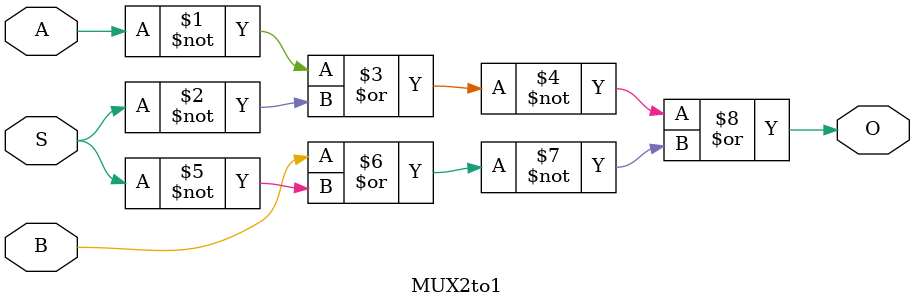
<source format=v>
module MUX2to1(
     A,
     B,
     S,
     O
    );

input A;
    input B;
    input S;
    output O;

assign O = ~( ~( ~(~A |~ S) | ~(B | ~S)));

endmodule

</source>
